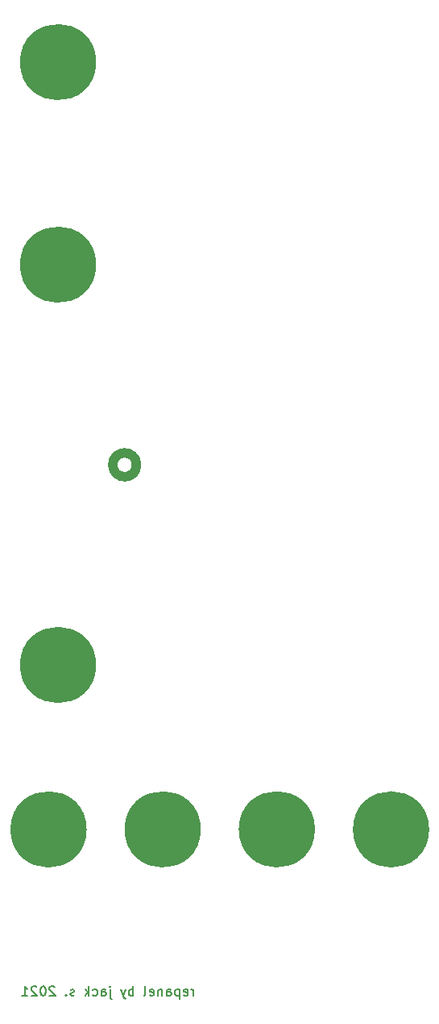
<source format=gbr>
G04 #@! TF.GenerationSoftware,KiCad,Pcbnew,(5.1.5-0)*
G04 #@! TF.CreationDate,2021-01-20T17:48:20-08:00*
G04 #@! TF.ProjectId,vcadsr,76636164-7372-42e6-9b69-6361645f7063,rev?*
G04 #@! TF.SameCoordinates,Original*
G04 #@! TF.FileFunction,Soldermask,Bot*
G04 #@! TF.FilePolarity,Negative*
%FSLAX46Y46*%
G04 Gerber Fmt 4.6, Leading zero omitted, Abs format (unit mm)*
G04 Created by KiCad (PCBNEW (5.1.5-0)) date 2021-01-20 17:48:20*
%MOMM*%
%LPD*%
G04 APERTURE LIST*
%ADD10C,1.000000*%
%ADD11C,0.150000*%
%ADD12C,0.100000*%
G04 APERTURE END LIST*
D10*
X16750000Y-65750000D02*
G75*
G03X16750000Y-65750000I-1250000J0D01*
G01*
X12000000Y-86750000D02*
G75*
G03X12000000Y-86750000I-3500000J0D01*
G01*
X12000000Y-23500000D02*
G75*
G03X12000000Y-23500000I-3500000J0D01*
G01*
X12000000Y-44750000D02*
G75*
G03X12000000Y-44750000I-3500000J0D01*
G01*
X47000000Y-104000000D02*
G75*
G03X47000000Y-104000000I-3500000J0D01*
G01*
D11*
X22726190Y-121452380D02*
X22726190Y-120785714D01*
X22726190Y-120976190D02*
X22678571Y-120880952D01*
X22630952Y-120833333D01*
X22535714Y-120785714D01*
X22440476Y-120785714D01*
X21726190Y-121404761D02*
X21821428Y-121452380D01*
X22011904Y-121452380D01*
X22107142Y-121404761D01*
X22154761Y-121309523D01*
X22154761Y-120928571D01*
X22107142Y-120833333D01*
X22011904Y-120785714D01*
X21821428Y-120785714D01*
X21726190Y-120833333D01*
X21678571Y-120928571D01*
X21678571Y-121023809D01*
X22154761Y-121119047D01*
X21250000Y-120785714D02*
X21250000Y-121785714D01*
X21250000Y-120833333D02*
X21154761Y-120785714D01*
X20964285Y-120785714D01*
X20869047Y-120833333D01*
X20821428Y-120880952D01*
X20773809Y-120976190D01*
X20773809Y-121261904D01*
X20821428Y-121357142D01*
X20869047Y-121404761D01*
X20964285Y-121452380D01*
X21154761Y-121452380D01*
X21250000Y-121404761D01*
X19916666Y-121452380D02*
X19916666Y-120928571D01*
X19964285Y-120833333D01*
X20059523Y-120785714D01*
X20250000Y-120785714D01*
X20345238Y-120833333D01*
X19916666Y-121404761D02*
X20011904Y-121452380D01*
X20250000Y-121452380D01*
X20345238Y-121404761D01*
X20392857Y-121309523D01*
X20392857Y-121214285D01*
X20345238Y-121119047D01*
X20250000Y-121071428D01*
X20011904Y-121071428D01*
X19916666Y-121023809D01*
X19440476Y-120785714D02*
X19440476Y-121452380D01*
X19440476Y-120880952D02*
X19392857Y-120833333D01*
X19297619Y-120785714D01*
X19154761Y-120785714D01*
X19059523Y-120833333D01*
X19011904Y-120928571D01*
X19011904Y-121452380D01*
X18154761Y-121404761D02*
X18250000Y-121452380D01*
X18440476Y-121452380D01*
X18535714Y-121404761D01*
X18583333Y-121309523D01*
X18583333Y-120928571D01*
X18535714Y-120833333D01*
X18440476Y-120785714D01*
X18250000Y-120785714D01*
X18154761Y-120833333D01*
X18107142Y-120928571D01*
X18107142Y-121023809D01*
X18583333Y-121119047D01*
X17535714Y-121452380D02*
X17630952Y-121404761D01*
X17678571Y-121309523D01*
X17678571Y-120452380D01*
X16392857Y-121452380D02*
X16392857Y-120452380D01*
X16392857Y-120833333D02*
X16297619Y-120785714D01*
X16107142Y-120785714D01*
X16011904Y-120833333D01*
X15964285Y-120880952D01*
X15916666Y-120976190D01*
X15916666Y-121261904D01*
X15964285Y-121357142D01*
X16011904Y-121404761D01*
X16107142Y-121452380D01*
X16297619Y-121452380D01*
X16392857Y-121404761D01*
X15583333Y-120785714D02*
X15345238Y-121452380D01*
X15107142Y-120785714D02*
X15345238Y-121452380D01*
X15440476Y-121690476D01*
X15488095Y-121738095D01*
X15583333Y-121785714D01*
X13964285Y-120785714D02*
X13964285Y-121642857D01*
X14011904Y-121738095D01*
X14107142Y-121785714D01*
X14154761Y-121785714D01*
X13964285Y-120452380D02*
X14011904Y-120500000D01*
X13964285Y-120547619D01*
X13916666Y-120500000D01*
X13964285Y-120452380D01*
X13964285Y-120547619D01*
X13059523Y-121452380D02*
X13059523Y-120928571D01*
X13107142Y-120833333D01*
X13202380Y-120785714D01*
X13392857Y-120785714D01*
X13488095Y-120833333D01*
X13059523Y-121404761D02*
X13154761Y-121452380D01*
X13392857Y-121452380D01*
X13488095Y-121404761D01*
X13535714Y-121309523D01*
X13535714Y-121214285D01*
X13488095Y-121119047D01*
X13392857Y-121071428D01*
X13154761Y-121071428D01*
X13059523Y-121023809D01*
X12154761Y-121404761D02*
X12250000Y-121452380D01*
X12440476Y-121452380D01*
X12535714Y-121404761D01*
X12583333Y-121357142D01*
X12630952Y-121261904D01*
X12630952Y-120976190D01*
X12583333Y-120880952D01*
X12535714Y-120833333D01*
X12440476Y-120785714D01*
X12250000Y-120785714D01*
X12154761Y-120833333D01*
X11726190Y-121452380D02*
X11726190Y-120452380D01*
X11630952Y-121071428D02*
X11345238Y-121452380D01*
X11345238Y-120785714D02*
X11726190Y-121166666D01*
X10202380Y-121404761D02*
X10107142Y-121452380D01*
X9916666Y-121452380D01*
X9821428Y-121404761D01*
X9773809Y-121309523D01*
X9773809Y-121261904D01*
X9821428Y-121166666D01*
X9916666Y-121119047D01*
X10059523Y-121119047D01*
X10154761Y-121071428D01*
X10202380Y-120976190D01*
X10202380Y-120928571D01*
X10154761Y-120833333D01*
X10059523Y-120785714D01*
X9916666Y-120785714D01*
X9821428Y-120833333D01*
X9345238Y-121357142D02*
X9297619Y-121404761D01*
X9345238Y-121452380D01*
X9392857Y-121404761D01*
X9345238Y-121357142D01*
X9345238Y-121452380D01*
X8154761Y-120547619D02*
X8107142Y-120500000D01*
X8011904Y-120452380D01*
X7773809Y-120452380D01*
X7678571Y-120500000D01*
X7630952Y-120547619D01*
X7583333Y-120642857D01*
X7583333Y-120738095D01*
X7630952Y-120880952D01*
X8202380Y-121452380D01*
X7583333Y-121452380D01*
X6964285Y-120452380D02*
X6869047Y-120452380D01*
X6773809Y-120500000D01*
X6726190Y-120547619D01*
X6678571Y-120642857D01*
X6630952Y-120833333D01*
X6630952Y-121071428D01*
X6678571Y-121261904D01*
X6726190Y-121357142D01*
X6773809Y-121404761D01*
X6869047Y-121452380D01*
X6964285Y-121452380D01*
X7059523Y-121404761D01*
X7107142Y-121357142D01*
X7154761Y-121261904D01*
X7202380Y-121071428D01*
X7202380Y-120833333D01*
X7154761Y-120642857D01*
X7107142Y-120547619D01*
X7059523Y-120500000D01*
X6964285Y-120452380D01*
X6250000Y-120547619D02*
X6202380Y-120500000D01*
X6107142Y-120452380D01*
X5869047Y-120452380D01*
X5773809Y-120500000D01*
X5726190Y-120547619D01*
X5678571Y-120642857D01*
X5678571Y-120738095D01*
X5726190Y-120880952D01*
X6297619Y-121452380D01*
X5678571Y-121452380D01*
X4726190Y-121452380D02*
X5297619Y-121452380D01*
X5011904Y-121452380D02*
X5011904Y-120452380D01*
X5107142Y-120595238D01*
X5202380Y-120690476D01*
X5297619Y-120738095D01*
D10*
X11000000Y-104000000D02*
G75*
G03X11000000Y-104000000I-3500000J0D01*
G01*
X23000000Y-104000000D02*
G75*
G03X23000000Y-104000000I-3500000J0D01*
G01*
X35000000Y-104000000D02*
G75*
G03X35000000Y-104000000I-3500000J0D01*
G01*
D12*
G36*
X44104975Y-100958585D02*
G01*
X44404528Y-101018170D01*
X44968874Y-101251930D01*
X45476772Y-101591296D01*
X45908704Y-102023228D01*
X46248070Y-102531126D01*
X46481830Y-103095472D01*
X46601000Y-103694578D01*
X46601000Y-104305422D01*
X46481830Y-104904528D01*
X46248070Y-105468874D01*
X45908704Y-105976772D01*
X45476772Y-106408704D01*
X44968874Y-106748070D01*
X44404528Y-106981830D01*
X44104975Y-107041415D01*
X43805423Y-107101000D01*
X43194577Y-107101000D01*
X42895025Y-107041415D01*
X42595472Y-106981830D01*
X42031126Y-106748070D01*
X41523228Y-106408704D01*
X41091296Y-105976772D01*
X40751930Y-105468874D01*
X40518170Y-104904528D01*
X40399000Y-104305422D01*
X40399000Y-103694578D01*
X40518170Y-103095472D01*
X40751930Y-102531126D01*
X41091296Y-102023228D01*
X41523228Y-101591296D01*
X42031126Y-101251930D01*
X42595472Y-101018170D01*
X42895025Y-100958585D01*
X43194577Y-100899000D01*
X43805423Y-100899000D01*
X44104975Y-100958585D01*
G37*
G36*
X32104975Y-100958585D02*
G01*
X32404528Y-101018170D01*
X32968874Y-101251930D01*
X33476772Y-101591296D01*
X33908704Y-102023228D01*
X34248070Y-102531126D01*
X34481830Y-103095472D01*
X34601000Y-103694578D01*
X34601000Y-104305422D01*
X34481830Y-104904528D01*
X34248070Y-105468874D01*
X33908704Y-105976772D01*
X33476772Y-106408704D01*
X32968874Y-106748070D01*
X32404528Y-106981830D01*
X32104975Y-107041415D01*
X31805423Y-107101000D01*
X31194577Y-107101000D01*
X30895025Y-107041415D01*
X30595472Y-106981830D01*
X30031126Y-106748070D01*
X29523228Y-106408704D01*
X29091296Y-105976772D01*
X28751930Y-105468874D01*
X28518170Y-104904528D01*
X28399000Y-104305422D01*
X28399000Y-103694578D01*
X28518170Y-103095472D01*
X28751930Y-102531126D01*
X29091296Y-102023228D01*
X29523228Y-101591296D01*
X30031126Y-101251930D01*
X30595472Y-101018170D01*
X30895025Y-100958585D01*
X31194577Y-100899000D01*
X31805423Y-100899000D01*
X32104975Y-100958585D01*
G37*
G36*
X20104975Y-100958585D02*
G01*
X20404528Y-101018170D01*
X20968874Y-101251930D01*
X21476772Y-101591296D01*
X21908704Y-102023228D01*
X22248070Y-102531126D01*
X22481830Y-103095472D01*
X22601000Y-103694578D01*
X22601000Y-104305422D01*
X22481830Y-104904528D01*
X22248070Y-105468874D01*
X21908704Y-105976772D01*
X21476772Y-106408704D01*
X20968874Y-106748070D01*
X20404528Y-106981830D01*
X20104975Y-107041415D01*
X19805423Y-107101000D01*
X19194577Y-107101000D01*
X18895025Y-107041415D01*
X18595472Y-106981830D01*
X18031126Y-106748070D01*
X17523228Y-106408704D01*
X17091296Y-105976772D01*
X16751930Y-105468874D01*
X16518170Y-104904528D01*
X16399000Y-104305422D01*
X16399000Y-103694578D01*
X16518170Y-103095472D01*
X16751930Y-102531126D01*
X17091296Y-102023228D01*
X17523228Y-101591296D01*
X18031126Y-101251930D01*
X18595472Y-101018170D01*
X18895025Y-100958585D01*
X19194577Y-100899000D01*
X19805423Y-100899000D01*
X20104975Y-100958585D01*
G37*
G36*
X8104975Y-100958585D02*
G01*
X8404528Y-101018170D01*
X8968874Y-101251930D01*
X9476772Y-101591296D01*
X9908704Y-102023228D01*
X10248070Y-102531126D01*
X10481830Y-103095472D01*
X10601000Y-103694578D01*
X10601000Y-104305422D01*
X10481830Y-104904528D01*
X10248070Y-105468874D01*
X9908704Y-105976772D01*
X9476772Y-106408704D01*
X8968874Y-106748070D01*
X8404528Y-106981830D01*
X8104975Y-107041415D01*
X7805423Y-107101000D01*
X7194577Y-107101000D01*
X6895025Y-107041415D01*
X6595472Y-106981830D01*
X6031126Y-106748070D01*
X5523228Y-106408704D01*
X5091296Y-105976772D01*
X4751930Y-105468874D01*
X4518170Y-104904528D01*
X4399000Y-104305422D01*
X4399000Y-103694578D01*
X4518170Y-103095472D01*
X4751930Y-102531126D01*
X5091296Y-102023228D01*
X5523228Y-101591296D01*
X6031126Y-101251930D01*
X6595472Y-101018170D01*
X6895025Y-100958585D01*
X7194577Y-100899000D01*
X7805423Y-100899000D01*
X8104975Y-100958585D01*
G37*
G36*
X9104975Y-83708585D02*
G01*
X9404528Y-83768170D01*
X9968874Y-84001930D01*
X10476772Y-84341296D01*
X10908704Y-84773228D01*
X11248070Y-85281126D01*
X11481830Y-85845472D01*
X11601000Y-86444578D01*
X11601000Y-87055422D01*
X11481830Y-87654528D01*
X11248070Y-88218874D01*
X10908704Y-88726772D01*
X10476772Y-89158704D01*
X9968874Y-89498070D01*
X9404528Y-89731830D01*
X9104975Y-89791415D01*
X8805423Y-89851000D01*
X8194577Y-89851000D01*
X7895025Y-89791415D01*
X7595472Y-89731830D01*
X7031126Y-89498070D01*
X6523228Y-89158704D01*
X6091296Y-88726772D01*
X5751930Y-88218874D01*
X5518170Y-87654528D01*
X5399000Y-87055422D01*
X5399000Y-86444578D01*
X5518170Y-85845472D01*
X5751930Y-85281126D01*
X6091296Y-84773228D01*
X6523228Y-84341296D01*
X7031126Y-84001930D01*
X7595472Y-83768170D01*
X7895025Y-83708585D01*
X8194577Y-83649000D01*
X8805423Y-83649000D01*
X9104975Y-83708585D01*
G37*
G36*
X9104975Y-41708585D02*
G01*
X9404528Y-41768170D01*
X9968874Y-42001930D01*
X10476772Y-42341296D01*
X10908704Y-42773228D01*
X11248070Y-43281126D01*
X11481830Y-43845472D01*
X11601000Y-44444578D01*
X11601000Y-45055422D01*
X11481830Y-45654528D01*
X11248070Y-46218874D01*
X10908704Y-46726772D01*
X10476772Y-47158704D01*
X9968874Y-47498070D01*
X9404528Y-47731830D01*
X9104975Y-47791415D01*
X8805423Y-47851000D01*
X8194577Y-47851000D01*
X7895025Y-47791415D01*
X7595472Y-47731830D01*
X7031126Y-47498070D01*
X6523228Y-47158704D01*
X6091296Y-46726772D01*
X5751930Y-46218874D01*
X5518170Y-45654528D01*
X5399000Y-45055422D01*
X5399000Y-44444578D01*
X5518170Y-43845472D01*
X5751930Y-43281126D01*
X6091296Y-42773228D01*
X6523228Y-42341296D01*
X7031126Y-42001930D01*
X7595472Y-41768170D01*
X7895025Y-41708585D01*
X8194577Y-41649000D01*
X8805423Y-41649000D01*
X9104975Y-41708585D01*
G37*
G36*
X9104975Y-20458585D02*
G01*
X9404528Y-20518170D01*
X9968874Y-20751930D01*
X10476772Y-21091296D01*
X10908704Y-21523228D01*
X11248070Y-22031126D01*
X11481830Y-22595472D01*
X11601000Y-23194578D01*
X11601000Y-23805422D01*
X11481830Y-24404528D01*
X11248070Y-24968874D01*
X10908704Y-25476772D01*
X10476772Y-25908704D01*
X9968874Y-26248070D01*
X9404528Y-26481830D01*
X9104975Y-26541415D01*
X8805423Y-26601000D01*
X8194577Y-26601000D01*
X7895025Y-26541415D01*
X7595472Y-26481830D01*
X7031126Y-26248070D01*
X6523228Y-25908704D01*
X6091296Y-25476772D01*
X5751930Y-24968874D01*
X5518170Y-24404528D01*
X5399000Y-23805422D01*
X5399000Y-23194578D01*
X5518170Y-22595472D01*
X5751930Y-22031126D01*
X6091296Y-21523228D01*
X6523228Y-21091296D01*
X7031126Y-20751930D01*
X7595472Y-20518170D01*
X7895025Y-20458585D01*
X8194577Y-20399000D01*
X8805423Y-20399000D01*
X9104975Y-20458585D01*
G37*
M02*

</source>
